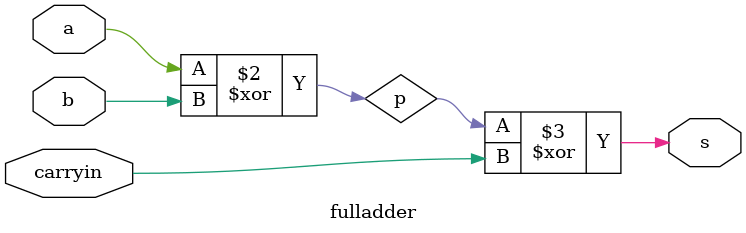
<source format=sv>
module fulladder(	input logic carryin, a, b,
						output logic s/*, carryout*/);
	logic p, g;
	always_comb
		begin
			p = a ^ b;
			// g = a & b;
			s = p ^ carryin;
			// carryout = g | (p & carryin);
		end
endmodule

</source>
